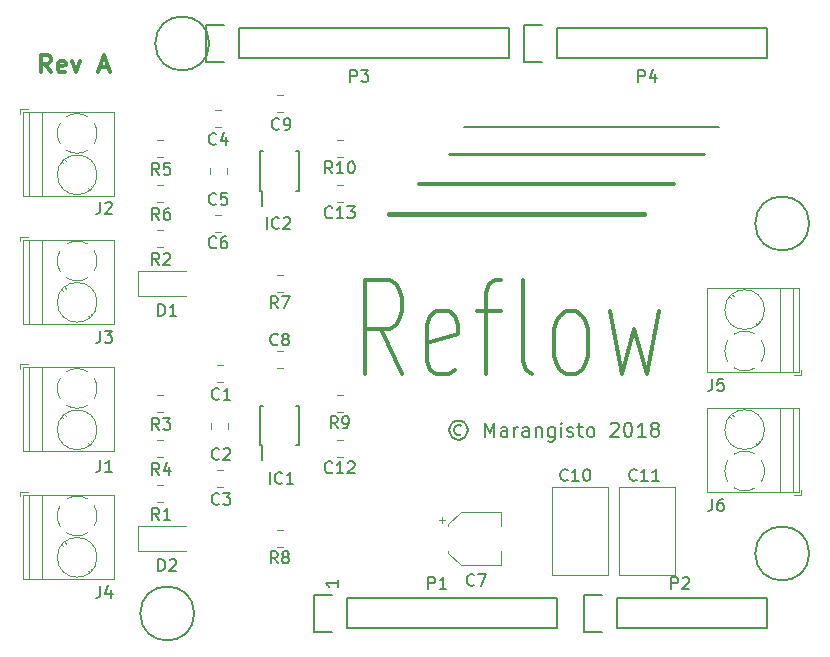
<source format=gbr>
G04 #@! TF.GenerationSoftware,KiCad,Pcbnew,(5.0.0)*
G04 #@! TF.CreationDate,2018-08-15T19:41:19+08:00*
G04 #@! TF.ProjectId,Reflow,5265666C6F772E6B696361645F706362,rev?*
G04 #@! TF.SameCoordinates,PX69db1f0PY7882d48*
G04 #@! TF.FileFunction,Legend,Top*
G04 #@! TF.FilePolarity,Positive*
%FSLAX46Y46*%
G04 Gerber Fmt 4.6, Leading zero omitted, Abs format (unit mm)*
G04 Created by KiCad (PCBNEW (5.0.0)) date 08/15/18 19:41:19*
%MOMM*%
%LPD*%
G01*
G04 APERTURE LIST*
%ADD10C,0.450000*%
%ADD11C,0.350000*%
%ADD12C,0.250000*%
%ADD13C,0.150000*%
%ADD14C,0.300000*%
%ADD15C,0.200000*%
%ADD16C,0.120000*%
G04 APERTURE END LIST*
D10*
X32766000Y36322000D02*
X54356000Y36322000D01*
D11*
X35306000Y38862000D02*
X56896000Y38862000D01*
D12*
X37846000Y41402000D02*
X59436000Y41402000D01*
D13*
X39116000Y43688000D02*
X60706000Y43688000D01*
D14*
X33890285Y22796953D02*
X32056952Y26606477D01*
X30747428Y22796953D02*
X30747428Y30796953D01*
X32842666Y30796953D01*
X33366476Y30416000D01*
X33628380Y30035048D01*
X33890285Y29273143D01*
X33890285Y28130286D01*
X33628380Y27368381D01*
X33366476Y26987429D01*
X32842666Y26606477D01*
X30747428Y26606477D01*
X38342666Y23177905D02*
X37818857Y22796953D01*
X36771238Y22796953D01*
X36247428Y23177905D01*
X35985523Y23939810D01*
X35985523Y26987429D01*
X36247428Y27749334D01*
X36771238Y28130286D01*
X37818857Y28130286D01*
X38342666Y27749334D01*
X38604571Y26987429D01*
X38604571Y26225524D01*
X35985523Y25463620D01*
X40176000Y28130286D02*
X42271238Y28130286D01*
X40961714Y22796953D02*
X40961714Y29654096D01*
X41223619Y30416000D01*
X41747428Y30796953D01*
X42271238Y30796953D01*
X44890285Y22796953D02*
X44366476Y23177905D01*
X44104571Y23939810D01*
X44104571Y30796953D01*
X47771238Y22796953D02*
X47247428Y23177905D01*
X46985523Y23558858D01*
X46723619Y24320762D01*
X46723619Y26606477D01*
X46985523Y27368381D01*
X47247428Y27749334D01*
X47771238Y28130286D01*
X48556952Y28130286D01*
X49080761Y27749334D01*
X49342666Y27368381D01*
X49604571Y26606477D01*
X49604571Y24320762D01*
X49342666Y23558858D01*
X49080761Y23177905D01*
X48556952Y22796953D01*
X47771238Y22796953D01*
X51437904Y28130286D02*
X52485523Y22796953D01*
X53533142Y26606477D01*
X54580761Y22796953D01*
X55628380Y28130286D01*
X4131714Y48343429D02*
X3631714Y49057715D01*
X3274571Y48343429D02*
X3274571Y49843429D01*
X3846000Y49843429D01*
X3988857Y49772000D01*
X4060285Y49700572D01*
X4131714Y49557715D01*
X4131714Y49343429D01*
X4060285Y49200572D01*
X3988857Y49129143D01*
X3846000Y49057715D01*
X3274571Y49057715D01*
X5346000Y48414858D02*
X5203142Y48343429D01*
X4917428Y48343429D01*
X4774571Y48414858D01*
X4703142Y48557715D01*
X4703142Y49129143D01*
X4774571Y49272000D01*
X4917428Y49343429D01*
X5203142Y49343429D01*
X5346000Y49272000D01*
X5417428Y49129143D01*
X5417428Y48986286D01*
X4703142Y48843429D01*
X5917428Y49343429D02*
X6274571Y48343429D01*
X6631714Y49343429D01*
X8274571Y48772000D02*
X8988857Y48772000D01*
X8131714Y48343429D02*
X8631714Y49843429D01*
X9131714Y48343429D01*
D15*
X38878857Y18405429D02*
X38764571Y18462572D01*
X38535999Y18462572D01*
X38421714Y18405429D01*
X38307428Y18291143D01*
X38250285Y18176858D01*
X38250285Y17948286D01*
X38307428Y17834000D01*
X38421714Y17719715D01*
X38535999Y17662572D01*
X38764571Y17662572D01*
X38878857Y17719715D01*
X38650285Y18862572D02*
X38364571Y18805429D01*
X38078857Y18634000D01*
X37907428Y18348286D01*
X37850285Y18062572D01*
X37907428Y17776858D01*
X38078857Y17491143D01*
X38364571Y17319715D01*
X38650285Y17262572D01*
X38935999Y17319715D01*
X39221714Y17491143D01*
X39393142Y17776858D01*
X39450285Y18062572D01*
X39393142Y18348286D01*
X39221714Y18634000D01*
X38935999Y18805429D01*
X38650285Y18862572D01*
X40878857Y17491143D02*
X40878857Y18691143D01*
X41278857Y17834000D01*
X41678857Y18691143D01*
X41678857Y17491143D01*
X42764571Y17491143D02*
X42764571Y18119715D01*
X42707428Y18234000D01*
X42593142Y18291143D01*
X42364571Y18291143D01*
X42250285Y18234000D01*
X42764571Y17548286D02*
X42650285Y17491143D01*
X42364571Y17491143D01*
X42250285Y17548286D01*
X42193142Y17662572D01*
X42193142Y17776858D01*
X42250285Y17891143D01*
X42364571Y17948286D01*
X42650285Y17948286D01*
X42764571Y18005429D01*
X43335999Y17491143D02*
X43335999Y18291143D01*
X43335999Y18062572D02*
X43393142Y18176858D01*
X43450285Y18234000D01*
X43564571Y18291143D01*
X43678857Y18291143D01*
X44593142Y17491143D02*
X44593142Y18119715D01*
X44535999Y18234000D01*
X44421714Y18291143D01*
X44193142Y18291143D01*
X44078857Y18234000D01*
X44593142Y17548286D02*
X44478857Y17491143D01*
X44193142Y17491143D01*
X44078857Y17548286D01*
X44021714Y17662572D01*
X44021714Y17776858D01*
X44078857Y17891143D01*
X44193142Y17948286D01*
X44478857Y17948286D01*
X44593142Y18005429D01*
X45164571Y18291143D02*
X45164571Y17491143D01*
X45164571Y18176858D02*
X45221714Y18234000D01*
X45335999Y18291143D01*
X45507428Y18291143D01*
X45621714Y18234000D01*
X45678857Y18119715D01*
X45678857Y17491143D01*
X46764571Y18291143D02*
X46764571Y17319715D01*
X46707428Y17205429D01*
X46650285Y17148286D01*
X46535999Y17091143D01*
X46364571Y17091143D01*
X46250285Y17148286D01*
X46764571Y17548286D02*
X46650285Y17491143D01*
X46421714Y17491143D01*
X46307428Y17548286D01*
X46250285Y17605429D01*
X46193142Y17719715D01*
X46193142Y18062572D01*
X46250285Y18176858D01*
X46307428Y18234000D01*
X46421714Y18291143D01*
X46650285Y18291143D01*
X46764571Y18234000D01*
X47335999Y17491143D02*
X47335999Y18291143D01*
X47335999Y18691143D02*
X47278857Y18634000D01*
X47335999Y18576858D01*
X47393142Y18634000D01*
X47335999Y18691143D01*
X47335999Y18576858D01*
X47850285Y17548286D02*
X47964571Y17491143D01*
X48193142Y17491143D01*
X48307428Y17548286D01*
X48364571Y17662572D01*
X48364571Y17719715D01*
X48307428Y17834000D01*
X48193142Y17891143D01*
X48021714Y17891143D01*
X47907428Y17948286D01*
X47850285Y18062572D01*
X47850285Y18119715D01*
X47907428Y18234000D01*
X48021714Y18291143D01*
X48193142Y18291143D01*
X48307428Y18234000D01*
X48707428Y18291143D02*
X49164571Y18291143D01*
X48878857Y18691143D02*
X48878857Y17662572D01*
X48935999Y17548286D01*
X49050285Y17491143D01*
X49164571Y17491143D01*
X49735999Y17491143D02*
X49621714Y17548286D01*
X49564571Y17605429D01*
X49507428Y17719715D01*
X49507428Y18062572D01*
X49564571Y18176858D01*
X49621714Y18234000D01*
X49735999Y18291143D01*
X49907428Y18291143D01*
X50021714Y18234000D01*
X50078857Y18176858D01*
X50135999Y18062572D01*
X50135999Y17719715D01*
X50078857Y17605429D01*
X50021714Y17548286D01*
X49907428Y17491143D01*
X49735999Y17491143D01*
X51507428Y18576858D02*
X51564571Y18634000D01*
X51678857Y18691143D01*
X51964571Y18691143D01*
X52078857Y18634000D01*
X52135999Y18576858D01*
X52193142Y18462572D01*
X52193142Y18348286D01*
X52135999Y18176858D01*
X51450285Y17491143D01*
X52193142Y17491143D01*
X52935999Y18691143D02*
X53050285Y18691143D01*
X53164571Y18634000D01*
X53221714Y18576858D01*
X53278857Y18462572D01*
X53335999Y18234000D01*
X53335999Y17948286D01*
X53278857Y17719715D01*
X53221714Y17605429D01*
X53164571Y17548286D01*
X53050285Y17491143D01*
X52935999Y17491143D01*
X52821714Y17548286D01*
X52764571Y17605429D01*
X52707428Y17719715D01*
X52650285Y17948286D01*
X52650285Y18234000D01*
X52707428Y18462572D01*
X52764571Y18576858D01*
X52821714Y18634000D01*
X52935999Y18691143D01*
X54478857Y17491143D02*
X53793142Y17491143D01*
X54135999Y17491143D02*
X54135999Y18691143D01*
X54021714Y18519715D01*
X53907428Y18405429D01*
X53793142Y18348286D01*
X55164571Y18176858D02*
X55050285Y18234000D01*
X54993142Y18291143D01*
X54935999Y18405429D01*
X54935999Y18462572D01*
X54993142Y18576858D01*
X55050285Y18634000D01*
X55164571Y18691143D01*
X55393142Y18691143D01*
X55507428Y18634000D01*
X55564571Y18576858D01*
X55621714Y18462572D01*
X55621714Y18405429D01*
X55564571Y18291143D01*
X55507428Y18234000D01*
X55393142Y18176858D01*
X55164571Y18176858D01*
X55050285Y18119715D01*
X54993142Y18062572D01*
X54935999Y17948286D01*
X54935999Y17719715D01*
X54993142Y17605429D01*
X55050285Y17548286D01*
X55164571Y17491143D01*
X55393142Y17491143D01*
X55507428Y17548286D01*
X55564571Y17605429D01*
X55621714Y17719715D01*
X55621714Y17948286D01*
X55564571Y18062572D01*
X55507428Y18119715D01*
X55393142Y18176858D01*
D13*
X28392380Y5365715D02*
X28392380Y4794286D01*
X28392380Y5080000D02*
X27392380Y5080000D01*
X27535238Y4984762D01*
X27630476Y4889524D01*
X27678095Y4794286D01*
D16*
G04 #@! TO.C,C13*
X28833578Y38810000D02*
X28316422Y38810000D01*
X28833578Y37390000D02*
X28316422Y37390000D01*
G04 #@! TO.C,C12*
X28833578Y15800000D02*
X28316422Y15800000D01*
X28833578Y17220000D02*
X28316422Y17220000D01*
G04 #@! TO.C,C10*
X46525000Y13205000D02*
X51265000Y13205000D01*
X46525000Y5765000D02*
X51265000Y5765000D01*
X51265000Y5765000D02*
X51265000Y13205000D01*
X46525000Y5765000D02*
X46525000Y13205000D01*
G04 #@! TO.C,C11*
X52240000Y5765000D02*
X52240000Y13205000D01*
X56980000Y5765000D02*
X56980000Y13205000D01*
X52240000Y5765000D02*
X56980000Y5765000D01*
X52240000Y13205000D02*
X56980000Y13205000D01*
G04 #@! TO.C,R9*
X28833578Y21030000D02*
X28316422Y21030000D01*
X28833578Y19610000D02*
X28316422Y19610000D01*
G04 #@! TO.C,R10*
X28833578Y41200000D02*
X28316422Y41200000D01*
X28833578Y42620000D02*
X28316422Y42620000D01*
G04 #@! TO.C,C7*
X42265000Y6630000D02*
X42265000Y7830000D01*
X42265000Y11150000D02*
X42265000Y9950000D01*
X38809437Y11150000D02*
X42265000Y11150000D01*
X38809437Y6630000D02*
X42265000Y6630000D01*
X37745000Y7694437D02*
X37745000Y7830000D01*
X37745000Y10085563D02*
X37745000Y9950000D01*
X37745000Y10085563D02*
X38809437Y11150000D01*
X37745000Y7694437D02*
X38809437Y6630000D01*
X37005000Y10450000D02*
X37505000Y10450000D01*
X37255000Y10700000D02*
X37255000Y10200000D01*
G04 #@! TO.C,C1*
X18156422Y22150000D02*
X18673578Y22150000D01*
X18156422Y23570000D02*
X18673578Y23570000D01*
G04 #@! TO.C,C2*
X19125000Y18673578D02*
X19125000Y18156422D01*
X17705000Y18673578D02*
X17705000Y18156422D01*
G04 #@! TO.C,C3*
X18673578Y14680000D02*
X18156422Y14680000D01*
X18673578Y13260000D02*
X18156422Y13260000D01*
G04 #@! TO.C,C4*
X18032183Y45160000D02*
X18549339Y45160000D01*
X18032183Y43740000D02*
X18549339Y43740000D01*
G04 #@! TO.C,C5*
X17580761Y40263578D02*
X17580761Y39746422D01*
X19000761Y40263578D02*
X19000761Y39746422D01*
G04 #@! TO.C,C6*
X18549339Y34850000D02*
X18032183Y34850000D01*
X18549339Y36270000D02*
X18032183Y36270000D01*
G04 #@! TO.C,C8*
X23239183Y23335114D02*
X23756339Y23335114D01*
X23239183Y24755114D02*
X23756339Y24755114D01*
G04 #@! TO.C,C9*
X23236422Y46430000D02*
X23753578Y46430000D01*
X23236422Y45010000D02*
X23753578Y45010000D01*
G04 #@! TO.C,D1*
X11485000Y29395000D02*
X15570000Y29395000D01*
X11485000Y31565000D02*
X11485000Y29395000D01*
X15570000Y31565000D02*
X11485000Y31565000D01*
G04 #@! TO.C,D2*
X15570000Y9975000D02*
X11485000Y9975000D01*
X11485000Y9975000D02*
X11485000Y7805000D01*
X11485000Y7805000D02*
X15570000Y7805000D01*
D13*
G04 #@! TO.C,IC1*
X21995000Y16782114D02*
X21995000Y15532114D01*
X25170000Y16782114D02*
X25170000Y20132114D01*
X21820000Y16782114D02*
X21820000Y20132114D01*
X25170000Y16782114D02*
X24920000Y16782114D01*
X25170000Y20132114D02*
X24920000Y20132114D01*
X21820000Y20132114D02*
X22070000Y20132114D01*
X21820000Y16782114D02*
X21995000Y16782114D01*
G04 #@! TO.C,IC2*
X21820000Y38330000D02*
X21995000Y38330000D01*
X21820000Y41680000D02*
X22070000Y41680000D01*
X25170000Y41680000D02*
X24920000Y41680000D01*
X25170000Y38330000D02*
X24920000Y38330000D01*
X21820000Y38330000D02*
X21820000Y41680000D01*
X25170000Y38330000D02*
X25170000Y41680000D01*
X21995000Y38330000D02*
X21995000Y37080000D01*
D16*
G04 #@! TO.C,R2*
X13076422Y33580000D02*
X13593578Y33580000D01*
X13076422Y35000000D02*
X13593578Y35000000D01*
G04 #@! TO.C,R7*
X23753578Y29770000D02*
X23236422Y29770000D01*
X23753578Y31190000D02*
X23236422Y31190000D01*
G04 #@! TO.C,R6*
X13593578Y38810000D02*
X13076422Y38810000D01*
X13593578Y37390000D02*
X13076422Y37390000D01*
G04 #@! TO.C,R5*
X13593578Y41200000D02*
X13076422Y41200000D01*
X13593578Y42620000D02*
X13076422Y42620000D01*
G04 #@! TO.C,R3*
X13593578Y21030000D02*
X13076422Y21030000D01*
X13593578Y19610000D02*
X13076422Y19610000D01*
G04 #@! TO.C,R1*
X13076422Y13410000D02*
X13593578Y13410000D01*
X13076422Y11990000D02*
X13593578Y11990000D01*
G04 #@! TO.C,R8*
X23753578Y9600000D02*
X23236422Y9600000D01*
X23753578Y8180000D02*
X23236422Y8180000D01*
G04 #@! TO.C,R4*
X13593578Y15800000D02*
X13076422Y15800000D01*
X13593578Y17220000D02*
X13076422Y17220000D01*
G04 #@! TO.C,J1*
X1550000Y23640000D02*
X1550000Y23240000D01*
X2190000Y23640000D02*
X1550000Y23640000D01*
X5409000Y19235000D02*
X5281000Y19364000D01*
X7625000Y17020000D02*
X7531000Y17114000D01*
X5169000Y19065000D02*
X5076000Y19159000D01*
X7419000Y16815000D02*
X7291000Y16944000D01*
X9510000Y16280000D02*
X1790000Y16280000D01*
X9510000Y23400000D02*
X1790000Y23400000D01*
X1790000Y23400000D02*
X1790000Y16280000D01*
X9510000Y23400000D02*
X9510000Y16280000D01*
X3350000Y23400000D02*
X3350000Y16280000D01*
X2250000Y23400000D02*
X2250000Y16280000D01*
X8030000Y18090000D02*
G75*
G03X8030000Y18090000I-1680000J0D01*
G01*
X4669901Y21561326D02*
G75*
G02X4910000Y22456000I1680099J28674D01*
G01*
X5460106Y23015358D02*
G75*
G02X7216000Y23030000I889894J-1425358D01*
G01*
X7775358Y22479894D02*
G75*
G02X7790000Y20724000I-1425358J-889894D01*
G01*
X7240193Y20164495D02*
G75*
G02X5459000Y20165000I-890193J1425505D01*
G01*
X4925279Y20699736D02*
G75*
G02X4670000Y21590000I1424721J890264D01*
G01*
G04 #@! TO.C,J2*
X4925279Y42289736D02*
G75*
G02X4670000Y43180000I1424721J890264D01*
G01*
X7240193Y41754495D02*
G75*
G02X5459000Y41755000I-890193J1425505D01*
G01*
X7775358Y44069894D02*
G75*
G02X7790000Y42314000I-1425358J-889894D01*
G01*
X5460106Y44605358D02*
G75*
G02X7216000Y44620000I889894J-1425358D01*
G01*
X4669901Y43151326D02*
G75*
G02X4910000Y44046000I1680099J28674D01*
G01*
X8030000Y39680000D02*
G75*
G03X8030000Y39680000I-1680000J0D01*
G01*
X2250000Y44990000D02*
X2250000Y37870000D01*
X3350000Y44990000D02*
X3350000Y37870000D01*
X9510000Y44990000D02*
X9510000Y37870000D01*
X1790000Y44990000D02*
X1790000Y37870000D01*
X9510000Y44990000D02*
X1790000Y44990000D01*
X9510000Y37870000D02*
X1790000Y37870000D01*
X7419000Y38405000D02*
X7291000Y38534000D01*
X5169000Y40655000D02*
X5076000Y40749000D01*
X7625000Y38610000D02*
X7531000Y38704000D01*
X5409000Y40825000D02*
X5281000Y40954000D01*
X2190000Y45230000D02*
X1550000Y45230000D01*
X1550000Y45230000D02*
X1550000Y44830000D01*
G04 #@! TO.C,J3*
X1550000Y34435000D02*
X1550000Y34035000D01*
X2190000Y34435000D02*
X1550000Y34435000D01*
X5409000Y30030000D02*
X5281000Y30159000D01*
X7625000Y27815000D02*
X7531000Y27909000D01*
X5169000Y29860000D02*
X5076000Y29954000D01*
X7419000Y27610000D02*
X7291000Y27739000D01*
X9510000Y27075000D02*
X1790000Y27075000D01*
X9510000Y34195000D02*
X1790000Y34195000D01*
X1790000Y34195000D02*
X1790000Y27075000D01*
X9510000Y34195000D02*
X9510000Y27075000D01*
X3350000Y34195000D02*
X3350000Y27075000D01*
X2250000Y34195000D02*
X2250000Y27075000D01*
X8030000Y28885000D02*
G75*
G03X8030000Y28885000I-1680000J0D01*
G01*
X4669901Y32356326D02*
G75*
G02X4910000Y33251000I1680099J28674D01*
G01*
X5460106Y33810358D02*
G75*
G02X7216000Y33825000I889894J-1425358D01*
G01*
X7775358Y33274894D02*
G75*
G02X7790000Y31519000I-1425358J-889894D01*
G01*
X7240193Y30959495D02*
G75*
G02X5459000Y30960000I-890193J1425505D01*
G01*
X4925279Y31494736D02*
G75*
G02X4670000Y32385000I1424721J890264D01*
G01*
G04 #@! TO.C,J4*
X4925279Y9904736D02*
G75*
G02X4670000Y10795000I1424721J890264D01*
G01*
X7240193Y9369495D02*
G75*
G02X5459000Y9370000I-890193J1425505D01*
G01*
X7775358Y11684894D02*
G75*
G02X7790000Y9929000I-1425358J-889894D01*
G01*
X5460106Y12220358D02*
G75*
G02X7216000Y12235000I889894J-1425358D01*
G01*
X4669901Y10766326D02*
G75*
G02X4910000Y11661000I1680099J28674D01*
G01*
X8030000Y7295000D02*
G75*
G03X8030000Y7295000I-1680000J0D01*
G01*
X2250000Y12605000D02*
X2250000Y5485000D01*
X3350000Y12605000D02*
X3350000Y5485000D01*
X9510000Y12605000D02*
X9510000Y5485000D01*
X1790000Y12605000D02*
X1790000Y5485000D01*
X9510000Y12605000D02*
X1790000Y12605000D01*
X9510000Y5485000D02*
X1790000Y5485000D01*
X7419000Y6020000D02*
X7291000Y6149000D01*
X5169000Y8270000D02*
X5076000Y8364000D01*
X7625000Y6225000D02*
X7531000Y6319000D01*
X5409000Y8440000D02*
X5281000Y8569000D01*
X2190000Y12845000D02*
X1550000Y12845000D01*
X1550000Y12845000D02*
X1550000Y12445000D01*
G04 #@! TO.C,J5*
X67665000Y22715000D02*
X67665000Y23115000D01*
X67025000Y22715000D02*
X67665000Y22715000D01*
X63806000Y27120000D02*
X63934000Y26991000D01*
X61590000Y29335000D02*
X61684000Y29241000D01*
X64046000Y27290000D02*
X64139000Y27196000D01*
X61796000Y29540000D02*
X61924000Y29411000D01*
X59705000Y30075000D02*
X67425000Y30075000D01*
X59705000Y22955000D02*
X67425000Y22955000D01*
X67425000Y22955000D02*
X67425000Y30075000D01*
X59705000Y22955000D02*
X59705000Y30075000D01*
X65865000Y22955000D02*
X65865000Y30075000D01*
X66965000Y22955000D02*
X66965000Y30075000D01*
X64545000Y28265000D02*
G75*
G03X64545000Y28265000I-1680000J0D01*
G01*
X64545099Y24793674D02*
G75*
G02X64305000Y23899000I-1680099J-28674D01*
G01*
X63754894Y23339642D02*
G75*
G02X61999000Y23325000I-889894J1425358D01*
G01*
X61439642Y23875106D02*
G75*
G02X61425000Y25631000I1425358J889894D01*
G01*
X61974807Y26190505D02*
G75*
G02X63756000Y26190000I890193J-1425505D01*
G01*
X64289721Y25655264D02*
G75*
G02X64545000Y24765000I-1424721J-890264D01*
G01*
G04 #@! TO.C,J6*
X64289721Y15495264D02*
G75*
G02X64545000Y14605000I-1424721J-890264D01*
G01*
X61974807Y16030505D02*
G75*
G02X63756000Y16030000I890193J-1425505D01*
G01*
X61439642Y13715106D02*
G75*
G02X61425000Y15471000I1425358J889894D01*
G01*
X63754894Y13179642D02*
G75*
G02X61999000Y13165000I-889894J1425358D01*
G01*
X64545099Y14633674D02*
G75*
G02X64305000Y13739000I-1680099J-28674D01*
G01*
X64545000Y18105000D02*
G75*
G03X64545000Y18105000I-1680000J0D01*
G01*
X66965000Y12795000D02*
X66965000Y19915000D01*
X65865000Y12795000D02*
X65865000Y19915000D01*
X59705000Y12795000D02*
X59705000Y19915000D01*
X67425000Y12795000D02*
X67425000Y19915000D01*
X59705000Y12795000D02*
X67425000Y12795000D01*
X59705000Y19915000D02*
X67425000Y19915000D01*
X61796000Y19380000D02*
X61924000Y19251000D01*
X64046000Y17130000D02*
X64139000Y17036000D01*
X61590000Y19175000D02*
X61684000Y19081000D01*
X63806000Y16960000D02*
X63934000Y16831000D01*
X67025000Y12555000D02*
X67665000Y12555000D01*
X67665000Y12555000D02*
X67665000Y12955000D01*
D13*
G04 #@! TO.C,P1*
X29210000Y1270000D02*
X46990000Y1270000D01*
X46990000Y1270000D02*
X46990000Y3810000D01*
X46990000Y3810000D02*
X29210000Y3810000D01*
X26390000Y990000D02*
X27940000Y990000D01*
X29210000Y1270000D02*
X29210000Y3810000D01*
X27940000Y4090000D02*
X26390000Y4090000D01*
X26390000Y4090000D02*
X26390000Y990000D01*
G04 #@! TO.C,P2*
X52070000Y1270000D02*
X64770000Y1270000D01*
X64770000Y1270000D02*
X64770000Y3810000D01*
X64770000Y3810000D02*
X52070000Y3810000D01*
X49250000Y990000D02*
X50800000Y990000D01*
X52070000Y1270000D02*
X52070000Y3810000D01*
X50800000Y4090000D02*
X49250000Y4090000D01*
X49250000Y4090000D02*
X49250000Y990000D01*
G04 #@! TO.C,P3*
X20066000Y49530000D02*
X42926000Y49530000D01*
X42926000Y49530000D02*
X42926000Y52070000D01*
X42926000Y52070000D02*
X20066000Y52070000D01*
X17246000Y49250000D02*
X18796000Y49250000D01*
X20066000Y49530000D02*
X20066000Y52070000D01*
X18796000Y52350000D02*
X17246000Y52350000D01*
X17246000Y52350000D02*
X17246000Y49250000D01*
G04 #@! TO.C,P4*
X46990000Y49530000D02*
X64770000Y49530000D01*
X64770000Y49530000D02*
X64770000Y52070000D01*
X64770000Y52070000D02*
X46990000Y52070000D01*
X44170000Y49250000D02*
X45720000Y49250000D01*
X46990000Y49530000D02*
X46990000Y52070000D01*
X45720000Y52350000D02*
X44170000Y52350000D01*
X44170000Y52350000D02*
X44170000Y49250000D01*
G04 #@! TO.C,P5*
X16256000Y2540000D02*
G75*
G03X16256000Y2540000I-2286000J0D01*
G01*
G04 #@! TO.C,P6*
X68326000Y7620000D02*
G75*
G03X68326000Y7620000I-2286000J0D01*
G01*
G04 #@! TO.C,P7*
X17526000Y50800000D02*
G75*
G03X17526000Y50800000I-2286000J0D01*
G01*
G04 #@! TO.C,P8*
X68326000Y35560000D02*
G75*
G03X68326000Y35560000I-2286000J0D01*
G01*
G04 #@! TO.C,C13*
X27932142Y36092858D02*
X27884523Y36045239D01*
X27741666Y35997620D01*
X27646428Y35997620D01*
X27503571Y36045239D01*
X27408333Y36140477D01*
X27360714Y36235715D01*
X27313095Y36426191D01*
X27313095Y36569048D01*
X27360714Y36759524D01*
X27408333Y36854762D01*
X27503571Y36950000D01*
X27646428Y36997620D01*
X27741666Y36997620D01*
X27884523Y36950000D01*
X27932142Y36902381D01*
X28884523Y35997620D02*
X28313095Y35997620D01*
X28598809Y35997620D02*
X28598809Y36997620D01*
X28503571Y36854762D01*
X28408333Y36759524D01*
X28313095Y36711905D01*
X29217857Y36997620D02*
X29836904Y36997620D01*
X29503571Y36616667D01*
X29646428Y36616667D01*
X29741666Y36569048D01*
X29789285Y36521429D01*
X29836904Y36426191D01*
X29836904Y36188096D01*
X29789285Y36092858D01*
X29741666Y36045239D01*
X29646428Y35997620D01*
X29360714Y35997620D01*
X29265476Y36045239D01*
X29217857Y36092858D01*
G04 #@! TO.C,C12*
X27932142Y14502858D02*
X27884523Y14455239D01*
X27741666Y14407620D01*
X27646428Y14407620D01*
X27503571Y14455239D01*
X27408333Y14550477D01*
X27360714Y14645715D01*
X27313095Y14836191D01*
X27313095Y14979048D01*
X27360714Y15169524D01*
X27408333Y15264762D01*
X27503571Y15360000D01*
X27646428Y15407620D01*
X27741666Y15407620D01*
X27884523Y15360000D01*
X27932142Y15312381D01*
X28884523Y14407620D02*
X28313095Y14407620D01*
X28598809Y14407620D02*
X28598809Y15407620D01*
X28503571Y15264762D01*
X28408333Y15169524D01*
X28313095Y15121905D01*
X29265476Y15312381D02*
X29313095Y15360000D01*
X29408333Y15407620D01*
X29646428Y15407620D01*
X29741666Y15360000D01*
X29789285Y15312381D01*
X29836904Y15217143D01*
X29836904Y15121905D01*
X29789285Y14979048D01*
X29217857Y14407620D01*
X29836904Y14407620D01*
G04 #@! TO.C,C10*
X47871142Y13866858D02*
X47823523Y13819239D01*
X47680666Y13771620D01*
X47585428Y13771620D01*
X47442571Y13819239D01*
X47347333Y13914477D01*
X47299714Y14009715D01*
X47252095Y14200191D01*
X47252095Y14343048D01*
X47299714Y14533524D01*
X47347333Y14628762D01*
X47442571Y14724000D01*
X47585428Y14771620D01*
X47680666Y14771620D01*
X47823523Y14724000D01*
X47871142Y14676381D01*
X48823523Y13771620D02*
X48252095Y13771620D01*
X48537809Y13771620D02*
X48537809Y14771620D01*
X48442571Y14628762D01*
X48347333Y14533524D01*
X48252095Y14485905D01*
X49442571Y14771620D02*
X49537809Y14771620D01*
X49633047Y14724000D01*
X49680666Y14676381D01*
X49728285Y14581143D01*
X49775904Y14390667D01*
X49775904Y14152572D01*
X49728285Y13962096D01*
X49680666Y13866858D01*
X49633047Y13819239D01*
X49537809Y13771620D01*
X49442571Y13771620D01*
X49347333Y13819239D01*
X49299714Y13866858D01*
X49252095Y13962096D01*
X49204476Y14152572D01*
X49204476Y14390667D01*
X49252095Y14581143D01*
X49299714Y14676381D01*
X49347333Y14724000D01*
X49442571Y14771620D01*
G04 #@! TO.C,C11*
X53713142Y13866858D02*
X53665523Y13819239D01*
X53522666Y13771620D01*
X53427428Y13771620D01*
X53284571Y13819239D01*
X53189333Y13914477D01*
X53141714Y14009715D01*
X53094095Y14200191D01*
X53094095Y14343048D01*
X53141714Y14533524D01*
X53189333Y14628762D01*
X53284571Y14724000D01*
X53427428Y14771620D01*
X53522666Y14771620D01*
X53665523Y14724000D01*
X53713142Y14676381D01*
X54665523Y13771620D02*
X54094095Y13771620D01*
X54379809Y13771620D02*
X54379809Y14771620D01*
X54284571Y14628762D01*
X54189333Y14533524D01*
X54094095Y14485905D01*
X55617904Y13771620D02*
X55046476Y13771620D01*
X55332190Y13771620D02*
X55332190Y14771620D01*
X55236952Y14628762D01*
X55141714Y14533524D01*
X55046476Y14485905D01*
G04 #@! TO.C,R9*
X28408333Y18217620D02*
X28075000Y18693810D01*
X27836904Y18217620D02*
X27836904Y19217620D01*
X28217857Y19217620D01*
X28313095Y19170000D01*
X28360714Y19122381D01*
X28408333Y19027143D01*
X28408333Y18884286D01*
X28360714Y18789048D01*
X28313095Y18741429D01*
X28217857Y18693810D01*
X27836904Y18693810D01*
X28884523Y18217620D02*
X29075000Y18217620D01*
X29170238Y18265239D01*
X29217857Y18312858D01*
X29313095Y18455715D01*
X29360714Y18646191D01*
X29360714Y19027143D01*
X29313095Y19122381D01*
X29265476Y19170000D01*
X29170238Y19217620D01*
X28979761Y19217620D01*
X28884523Y19170000D01*
X28836904Y19122381D01*
X28789285Y19027143D01*
X28789285Y18789048D01*
X28836904Y18693810D01*
X28884523Y18646191D01*
X28979761Y18598572D01*
X29170238Y18598572D01*
X29265476Y18646191D01*
X29313095Y18693810D01*
X29360714Y18789048D01*
G04 #@! TO.C,R10*
X27932142Y39807620D02*
X27598809Y40283810D01*
X27360714Y39807620D02*
X27360714Y40807620D01*
X27741666Y40807620D01*
X27836904Y40760000D01*
X27884523Y40712381D01*
X27932142Y40617143D01*
X27932142Y40474286D01*
X27884523Y40379048D01*
X27836904Y40331429D01*
X27741666Y40283810D01*
X27360714Y40283810D01*
X28884523Y39807620D02*
X28313095Y39807620D01*
X28598809Y39807620D02*
X28598809Y40807620D01*
X28503571Y40664762D01*
X28408333Y40569524D01*
X28313095Y40521905D01*
X29503571Y40807620D02*
X29598809Y40807620D01*
X29694047Y40760000D01*
X29741666Y40712381D01*
X29789285Y40617143D01*
X29836904Y40426667D01*
X29836904Y40188572D01*
X29789285Y39998096D01*
X29741666Y39902858D01*
X29694047Y39855239D01*
X29598809Y39807620D01*
X29503571Y39807620D01*
X29408333Y39855239D01*
X29360714Y39902858D01*
X29313095Y39998096D01*
X29265476Y40188572D01*
X29265476Y40426667D01*
X29313095Y40617143D01*
X29360714Y40712381D01*
X29408333Y40760000D01*
X29503571Y40807620D01*
G04 #@! TO.C,C7*
X39965333Y4976858D02*
X39917714Y4929239D01*
X39774857Y4881620D01*
X39679619Y4881620D01*
X39536761Y4929239D01*
X39441523Y5024477D01*
X39393904Y5119715D01*
X39346285Y5310191D01*
X39346285Y5453048D01*
X39393904Y5643524D01*
X39441523Y5738762D01*
X39536761Y5834000D01*
X39679619Y5881620D01*
X39774857Y5881620D01*
X39917714Y5834000D01*
X39965333Y5786381D01*
X40298666Y5881620D02*
X40965333Y5881620D01*
X40536761Y4881620D01*
G04 #@! TO.C,C1*
X18375333Y20724858D02*
X18327714Y20677239D01*
X18184857Y20629620D01*
X18089619Y20629620D01*
X17946761Y20677239D01*
X17851523Y20772477D01*
X17803904Y20867715D01*
X17756285Y21058191D01*
X17756285Y21201048D01*
X17803904Y21391524D01*
X17851523Y21486762D01*
X17946761Y21582000D01*
X18089619Y21629620D01*
X18184857Y21629620D01*
X18327714Y21582000D01*
X18375333Y21534381D01*
X19327714Y20629620D02*
X18756285Y20629620D01*
X19042000Y20629620D02*
X19042000Y21629620D01*
X18946761Y21486762D01*
X18851523Y21391524D01*
X18756285Y21343905D01*
G04 #@! TO.C,C2*
X18375333Y15644858D02*
X18327714Y15597239D01*
X18184857Y15549620D01*
X18089619Y15549620D01*
X17946761Y15597239D01*
X17851523Y15692477D01*
X17803904Y15787715D01*
X17756285Y15978191D01*
X17756285Y16121048D01*
X17803904Y16311524D01*
X17851523Y16406762D01*
X17946761Y16502000D01*
X18089619Y16549620D01*
X18184857Y16549620D01*
X18327714Y16502000D01*
X18375333Y16454381D01*
X18756285Y16454381D02*
X18803904Y16502000D01*
X18899142Y16549620D01*
X19137238Y16549620D01*
X19232476Y16502000D01*
X19280095Y16454381D01*
X19327714Y16359143D01*
X19327714Y16263905D01*
X19280095Y16121048D01*
X18708666Y15549620D01*
X19327714Y15549620D01*
G04 #@! TO.C,C3*
X18375333Y11834858D02*
X18327714Y11787239D01*
X18184857Y11739620D01*
X18089619Y11739620D01*
X17946761Y11787239D01*
X17851523Y11882477D01*
X17803904Y11977715D01*
X17756285Y12168191D01*
X17756285Y12311048D01*
X17803904Y12501524D01*
X17851523Y12596762D01*
X17946761Y12692000D01*
X18089619Y12739620D01*
X18184857Y12739620D01*
X18327714Y12692000D01*
X18375333Y12644381D01*
X18708666Y12739620D02*
X19327714Y12739620D01*
X18994380Y12358667D01*
X19137238Y12358667D01*
X19232476Y12311048D01*
X19280095Y12263429D01*
X19327714Y12168191D01*
X19327714Y11930096D01*
X19280095Y11834858D01*
X19232476Y11787239D01*
X19137238Y11739620D01*
X18851523Y11739620D01*
X18756285Y11787239D01*
X18708666Y11834858D01*
G04 #@! TO.C,C4*
X18121333Y42314858D02*
X18073714Y42267239D01*
X17930857Y42219620D01*
X17835619Y42219620D01*
X17692761Y42267239D01*
X17597523Y42362477D01*
X17549904Y42457715D01*
X17502285Y42648191D01*
X17502285Y42791048D01*
X17549904Y42981524D01*
X17597523Y43076762D01*
X17692761Y43172000D01*
X17835619Y43219620D01*
X17930857Y43219620D01*
X18073714Y43172000D01*
X18121333Y43124381D01*
X18978476Y42886286D02*
X18978476Y42219620D01*
X18740380Y43267239D02*
X18502285Y42552953D01*
X19121333Y42552953D01*
G04 #@! TO.C,C5*
X18121333Y37234858D02*
X18073714Y37187239D01*
X17930857Y37139620D01*
X17835619Y37139620D01*
X17692761Y37187239D01*
X17597523Y37282477D01*
X17549904Y37377715D01*
X17502285Y37568191D01*
X17502285Y37711048D01*
X17549904Y37901524D01*
X17597523Y37996762D01*
X17692761Y38092000D01*
X17835619Y38139620D01*
X17930857Y38139620D01*
X18073714Y38092000D01*
X18121333Y38044381D01*
X19026095Y38139620D02*
X18549904Y38139620D01*
X18502285Y37663429D01*
X18549904Y37711048D01*
X18645142Y37758667D01*
X18883238Y37758667D01*
X18978476Y37711048D01*
X19026095Y37663429D01*
X19073714Y37568191D01*
X19073714Y37330096D01*
X19026095Y37234858D01*
X18978476Y37187239D01*
X18883238Y37139620D01*
X18645142Y37139620D01*
X18549904Y37187239D01*
X18502285Y37234858D01*
G04 #@! TO.C,C6*
X18124094Y33552858D02*
X18076475Y33505239D01*
X17933618Y33457620D01*
X17838380Y33457620D01*
X17695522Y33505239D01*
X17600284Y33600477D01*
X17552665Y33695715D01*
X17505046Y33886191D01*
X17505046Y34029048D01*
X17552665Y34219524D01*
X17600284Y34314762D01*
X17695522Y34410000D01*
X17838380Y34457620D01*
X17933618Y34457620D01*
X18076475Y34410000D01*
X18124094Y34362381D01*
X18981237Y34457620D02*
X18790761Y34457620D01*
X18695522Y34410000D01*
X18647903Y34362381D01*
X18552665Y34219524D01*
X18505046Y34029048D01*
X18505046Y33648096D01*
X18552665Y33552858D01*
X18600284Y33505239D01*
X18695522Y33457620D01*
X18885999Y33457620D01*
X18981237Y33505239D01*
X19028856Y33552858D01*
X19076475Y33648096D01*
X19076475Y33886191D01*
X19028856Y33981429D01*
X18981237Y34029048D01*
X18885999Y34076667D01*
X18695522Y34076667D01*
X18600284Y34029048D01*
X18552665Y33981429D01*
X18505046Y33886191D01*
G04 #@! TO.C,C8*
X23331094Y25337972D02*
X23283475Y25290353D01*
X23140618Y25242734D01*
X23045380Y25242734D01*
X22902522Y25290353D01*
X22807284Y25385591D01*
X22759665Y25480829D01*
X22712046Y25671305D01*
X22712046Y25814162D01*
X22759665Y26004638D01*
X22807284Y26099876D01*
X22902522Y26195114D01*
X23045380Y26242734D01*
X23140618Y26242734D01*
X23283475Y26195114D01*
X23331094Y26147495D01*
X23902522Y25814162D02*
X23807284Y25861781D01*
X23759665Y25909400D01*
X23712046Y26004638D01*
X23712046Y26052257D01*
X23759665Y26147495D01*
X23807284Y26195114D01*
X23902522Y26242734D01*
X24092999Y26242734D01*
X24188237Y26195114D01*
X24235856Y26147495D01*
X24283475Y26052257D01*
X24283475Y26004638D01*
X24235856Y25909400D01*
X24188237Y25861781D01*
X24092999Y25814162D01*
X23902522Y25814162D01*
X23807284Y25766543D01*
X23759665Y25718924D01*
X23712046Y25623686D01*
X23712046Y25433210D01*
X23759665Y25337972D01*
X23807284Y25290353D01*
X23902522Y25242734D01*
X24092999Y25242734D01*
X24188237Y25290353D01*
X24235856Y25337972D01*
X24283475Y25433210D01*
X24283475Y25623686D01*
X24235856Y25718924D01*
X24188237Y25766543D01*
X24092999Y25814162D01*
G04 #@! TO.C,C9*
X23455333Y43584858D02*
X23407714Y43537239D01*
X23264857Y43489620D01*
X23169619Y43489620D01*
X23026761Y43537239D01*
X22931523Y43632477D01*
X22883904Y43727715D01*
X22836285Y43918191D01*
X22836285Y44061048D01*
X22883904Y44251524D01*
X22931523Y44346762D01*
X23026761Y44442000D01*
X23169619Y44489620D01*
X23264857Y44489620D01*
X23407714Y44442000D01*
X23455333Y44394381D01*
X23931523Y43489620D02*
X24122000Y43489620D01*
X24217238Y43537239D01*
X24264857Y43584858D01*
X24360095Y43727715D01*
X24407714Y43918191D01*
X24407714Y44299143D01*
X24360095Y44394381D01*
X24312476Y44442000D01*
X24217238Y44489620D01*
X24026761Y44489620D01*
X23931523Y44442000D01*
X23883904Y44394381D01*
X23836285Y44299143D01*
X23836285Y44061048D01*
X23883904Y43965810D01*
X23931523Y43918191D01*
X24026761Y43870572D01*
X24217238Y43870572D01*
X24312476Y43918191D01*
X24360095Y43965810D01*
X24407714Y44061048D01*
G04 #@! TO.C,D1*
X13231904Y27741620D02*
X13231904Y28741620D01*
X13470000Y28741620D01*
X13612857Y28694000D01*
X13708095Y28598762D01*
X13755714Y28503524D01*
X13803333Y28313048D01*
X13803333Y28170191D01*
X13755714Y27979715D01*
X13708095Y27884477D01*
X13612857Y27789239D01*
X13470000Y27741620D01*
X13231904Y27741620D01*
X14755714Y27741620D02*
X14184285Y27741620D01*
X14470000Y27741620D02*
X14470000Y28741620D01*
X14374761Y28598762D01*
X14279523Y28503524D01*
X14184285Y28455905D01*
G04 #@! TO.C,D2*
X13231904Y6151620D02*
X13231904Y7151620D01*
X13470000Y7151620D01*
X13612857Y7104000D01*
X13708095Y7008762D01*
X13755714Y6913524D01*
X13803333Y6723048D01*
X13803333Y6580191D01*
X13755714Y6389715D01*
X13708095Y6294477D01*
X13612857Y6199239D01*
X13470000Y6151620D01*
X13231904Y6151620D01*
X14184285Y7056381D02*
X14231904Y7104000D01*
X14327142Y7151620D01*
X14565238Y7151620D01*
X14660476Y7104000D01*
X14708095Y7056381D01*
X14755714Y6961143D01*
X14755714Y6865905D01*
X14708095Y6723048D01*
X14136666Y6151620D01*
X14755714Y6151620D01*
G04 #@! TO.C,IC1*
X22645809Y13517620D02*
X22645809Y14517620D01*
X23693428Y13612858D02*
X23645809Y13565239D01*
X23502952Y13517620D01*
X23407714Y13517620D01*
X23264857Y13565239D01*
X23169619Y13660477D01*
X23122000Y13755715D01*
X23074380Y13946191D01*
X23074380Y14089048D01*
X23122000Y14279524D01*
X23169619Y14374762D01*
X23264857Y14470000D01*
X23407714Y14517620D01*
X23502952Y14517620D01*
X23645809Y14470000D01*
X23693428Y14422381D01*
X24645809Y13517620D02*
X24074380Y13517620D01*
X24360095Y13517620D02*
X24360095Y14517620D01*
X24264857Y14374762D01*
X24169619Y14279524D01*
X24074380Y14231905D01*
G04 #@! TO.C,IC2*
X22391809Y35107620D02*
X22391809Y36107620D01*
X23439428Y35202858D02*
X23391809Y35155239D01*
X23248952Y35107620D01*
X23153714Y35107620D01*
X23010857Y35155239D01*
X22915619Y35250477D01*
X22868000Y35345715D01*
X22820380Y35536191D01*
X22820380Y35679048D01*
X22868000Y35869524D01*
X22915619Y35964762D01*
X23010857Y36060000D01*
X23153714Y36107620D01*
X23248952Y36107620D01*
X23391809Y36060000D01*
X23439428Y36012381D01*
X23820380Y36012381D02*
X23868000Y36060000D01*
X23963238Y36107620D01*
X24201333Y36107620D01*
X24296571Y36060000D01*
X24344190Y36012381D01*
X24391809Y35917143D01*
X24391809Y35821905D01*
X24344190Y35679048D01*
X23772761Y35107620D01*
X24391809Y35107620D01*
G04 #@! TO.C,R2*
X13295333Y32059620D02*
X12962000Y32535810D01*
X12723904Y32059620D02*
X12723904Y33059620D01*
X13104857Y33059620D01*
X13200095Y33012000D01*
X13247714Y32964381D01*
X13295333Y32869143D01*
X13295333Y32726286D01*
X13247714Y32631048D01*
X13200095Y32583429D01*
X13104857Y32535810D01*
X12723904Y32535810D01*
X13676285Y32964381D02*
X13723904Y33012000D01*
X13819142Y33059620D01*
X14057238Y33059620D01*
X14152476Y33012000D01*
X14200095Y32964381D01*
X14247714Y32869143D01*
X14247714Y32773905D01*
X14200095Y32631048D01*
X13628666Y32059620D01*
X14247714Y32059620D01*
G04 #@! TO.C,R7*
X23328333Y28377620D02*
X22995000Y28853810D01*
X22756904Y28377620D02*
X22756904Y29377620D01*
X23137857Y29377620D01*
X23233095Y29330000D01*
X23280714Y29282381D01*
X23328333Y29187143D01*
X23328333Y29044286D01*
X23280714Y28949048D01*
X23233095Y28901429D01*
X23137857Y28853810D01*
X22756904Y28853810D01*
X23661666Y29377620D02*
X24328333Y29377620D01*
X23899761Y28377620D01*
G04 #@! TO.C,R6*
X13295333Y35869620D02*
X12962000Y36345810D01*
X12723904Y35869620D02*
X12723904Y36869620D01*
X13104857Y36869620D01*
X13200095Y36822000D01*
X13247714Y36774381D01*
X13295333Y36679143D01*
X13295333Y36536286D01*
X13247714Y36441048D01*
X13200095Y36393429D01*
X13104857Y36345810D01*
X12723904Y36345810D01*
X14152476Y36869620D02*
X13962000Y36869620D01*
X13866761Y36822000D01*
X13819142Y36774381D01*
X13723904Y36631524D01*
X13676285Y36441048D01*
X13676285Y36060096D01*
X13723904Y35964858D01*
X13771523Y35917239D01*
X13866761Y35869620D01*
X14057238Y35869620D01*
X14152476Y35917239D01*
X14200095Y35964858D01*
X14247714Y36060096D01*
X14247714Y36298191D01*
X14200095Y36393429D01*
X14152476Y36441048D01*
X14057238Y36488667D01*
X13866761Y36488667D01*
X13771523Y36441048D01*
X13723904Y36393429D01*
X13676285Y36298191D01*
G04 #@! TO.C,R5*
X13295333Y39679620D02*
X12962000Y40155810D01*
X12723904Y39679620D02*
X12723904Y40679620D01*
X13104857Y40679620D01*
X13200095Y40632000D01*
X13247714Y40584381D01*
X13295333Y40489143D01*
X13295333Y40346286D01*
X13247714Y40251048D01*
X13200095Y40203429D01*
X13104857Y40155810D01*
X12723904Y40155810D01*
X14200095Y40679620D02*
X13723904Y40679620D01*
X13676285Y40203429D01*
X13723904Y40251048D01*
X13819142Y40298667D01*
X14057238Y40298667D01*
X14152476Y40251048D01*
X14200095Y40203429D01*
X14247714Y40108191D01*
X14247714Y39870096D01*
X14200095Y39774858D01*
X14152476Y39727239D01*
X14057238Y39679620D01*
X13819142Y39679620D01*
X13723904Y39727239D01*
X13676285Y39774858D01*
G04 #@! TO.C,R3*
X13295333Y18089620D02*
X12962000Y18565810D01*
X12723904Y18089620D02*
X12723904Y19089620D01*
X13104857Y19089620D01*
X13200095Y19042000D01*
X13247714Y18994381D01*
X13295333Y18899143D01*
X13295333Y18756286D01*
X13247714Y18661048D01*
X13200095Y18613429D01*
X13104857Y18565810D01*
X12723904Y18565810D01*
X13628666Y19089620D02*
X14247714Y19089620D01*
X13914380Y18708667D01*
X14057238Y18708667D01*
X14152476Y18661048D01*
X14200095Y18613429D01*
X14247714Y18518191D01*
X14247714Y18280096D01*
X14200095Y18184858D01*
X14152476Y18137239D01*
X14057238Y18089620D01*
X13771523Y18089620D01*
X13676285Y18137239D01*
X13628666Y18184858D01*
G04 #@! TO.C,R1*
X13295333Y10469620D02*
X12962000Y10945810D01*
X12723904Y10469620D02*
X12723904Y11469620D01*
X13104857Y11469620D01*
X13200095Y11422000D01*
X13247714Y11374381D01*
X13295333Y11279143D01*
X13295333Y11136286D01*
X13247714Y11041048D01*
X13200095Y10993429D01*
X13104857Y10945810D01*
X12723904Y10945810D01*
X14247714Y10469620D02*
X13676285Y10469620D01*
X13962000Y10469620D02*
X13962000Y11469620D01*
X13866761Y11326762D01*
X13771523Y11231524D01*
X13676285Y11183905D01*
G04 #@! TO.C,R8*
X23328333Y6787620D02*
X22995000Y7263810D01*
X22756904Y6787620D02*
X22756904Y7787620D01*
X23137857Y7787620D01*
X23233095Y7740000D01*
X23280714Y7692381D01*
X23328333Y7597143D01*
X23328333Y7454286D01*
X23280714Y7359048D01*
X23233095Y7311429D01*
X23137857Y7263810D01*
X22756904Y7263810D01*
X23899761Y7359048D02*
X23804523Y7406667D01*
X23756904Y7454286D01*
X23709285Y7549524D01*
X23709285Y7597143D01*
X23756904Y7692381D01*
X23804523Y7740000D01*
X23899761Y7787620D01*
X24090238Y7787620D01*
X24185476Y7740000D01*
X24233095Y7692381D01*
X24280714Y7597143D01*
X24280714Y7549524D01*
X24233095Y7454286D01*
X24185476Y7406667D01*
X24090238Y7359048D01*
X23899761Y7359048D01*
X23804523Y7311429D01*
X23756904Y7263810D01*
X23709285Y7168572D01*
X23709285Y6978096D01*
X23756904Y6882858D01*
X23804523Y6835239D01*
X23899761Y6787620D01*
X24090238Y6787620D01*
X24185476Y6835239D01*
X24233095Y6882858D01*
X24280714Y6978096D01*
X24280714Y7168572D01*
X24233095Y7263810D01*
X24185476Y7311429D01*
X24090238Y7359048D01*
G04 #@! TO.C,R4*
X13295333Y14279620D02*
X12962000Y14755810D01*
X12723904Y14279620D02*
X12723904Y15279620D01*
X13104857Y15279620D01*
X13200095Y15232000D01*
X13247714Y15184381D01*
X13295333Y15089143D01*
X13295333Y14946286D01*
X13247714Y14851048D01*
X13200095Y14803429D01*
X13104857Y14755810D01*
X12723904Y14755810D01*
X14152476Y14946286D02*
X14152476Y14279620D01*
X13914380Y15327239D02*
X13676285Y14612953D01*
X14295333Y14612953D01*
G04 #@! TO.C,J1*
X8302666Y15533620D02*
X8302666Y14819334D01*
X8255047Y14676477D01*
X8159809Y14581239D01*
X8016952Y14533620D01*
X7921714Y14533620D01*
X9302666Y14533620D02*
X8731238Y14533620D01*
X9016952Y14533620D02*
X9016952Y15533620D01*
X8921714Y15390762D01*
X8826476Y15295524D01*
X8731238Y15247905D01*
G04 #@! TO.C,J2*
X8302666Y37377620D02*
X8302666Y36663334D01*
X8255047Y36520477D01*
X8159809Y36425239D01*
X8016952Y36377620D01*
X7921714Y36377620D01*
X8731238Y37282381D02*
X8778857Y37330000D01*
X8874095Y37377620D01*
X9112190Y37377620D01*
X9207428Y37330000D01*
X9255047Y37282381D01*
X9302666Y37187143D01*
X9302666Y37091905D01*
X9255047Y36949048D01*
X8683619Y36377620D01*
X9302666Y36377620D01*
G04 #@! TO.C,J3*
X8302666Y26455620D02*
X8302666Y25741334D01*
X8255047Y25598477D01*
X8159809Y25503239D01*
X8016952Y25455620D01*
X7921714Y25455620D01*
X8683619Y26455620D02*
X9302666Y26455620D01*
X8969333Y26074667D01*
X9112190Y26074667D01*
X9207428Y26027048D01*
X9255047Y25979429D01*
X9302666Y25884191D01*
X9302666Y25646096D01*
X9255047Y25550858D01*
X9207428Y25503239D01*
X9112190Y25455620D01*
X8826476Y25455620D01*
X8731238Y25503239D01*
X8683619Y25550858D01*
G04 #@! TO.C,J4*
X8302666Y4865620D02*
X8302666Y4151334D01*
X8255047Y4008477D01*
X8159809Y3913239D01*
X8016952Y3865620D01*
X7921714Y3865620D01*
X9207428Y4532286D02*
X9207428Y3865620D01*
X8969333Y4913239D02*
X8731238Y4198953D01*
X9350285Y4198953D01*
G04 #@! TO.C,J5*
X60118666Y22391620D02*
X60118666Y21677334D01*
X60071047Y21534477D01*
X59975809Y21439239D01*
X59832952Y21391620D01*
X59737714Y21391620D01*
X61071047Y22391620D02*
X60594857Y22391620D01*
X60547238Y21915429D01*
X60594857Y21963048D01*
X60690095Y22010667D01*
X60928190Y22010667D01*
X61023428Y21963048D01*
X61071047Y21915429D01*
X61118666Y21820191D01*
X61118666Y21582096D01*
X61071047Y21486858D01*
X61023428Y21439239D01*
X60928190Y21391620D01*
X60690095Y21391620D01*
X60594857Y21439239D01*
X60547238Y21486858D01*
G04 #@! TO.C,J6*
X60118666Y12231620D02*
X60118666Y11517334D01*
X60071047Y11374477D01*
X59975809Y11279239D01*
X59832952Y11231620D01*
X59737714Y11231620D01*
X61023428Y12231620D02*
X60832952Y12231620D01*
X60737714Y12184000D01*
X60690095Y12136381D01*
X60594857Y11993524D01*
X60547238Y11803048D01*
X60547238Y11422096D01*
X60594857Y11326858D01*
X60642476Y11279239D01*
X60737714Y11231620D01*
X60928190Y11231620D01*
X61023428Y11279239D01*
X61071047Y11326858D01*
X61118666Y11422096D01*
X61118666Y11660191D01*
X61071047Y11755429D01*
X61023428Y11803048D01*
X60928190Y11850667D01*
X60737714Y11850667D01*
X60642476Y11803048D01*
X60594857Y11755429D01*
X60547238Y11660191D01*
G04 #@! TO.C,P1*
X36091904Y4627620D02*
X36091904Y5627620D01*
X36472857Y5627620D01*
X36568095Y5580000D01*
X36615714Y5532381D01*
X36663333Y5437143D01*
X36663333Y5294286D01*
X36615714Y5199048D01*
X36568095Y5151429D01*
X36472857Y5103810D01*
X36091904Y5103810D01*
X37615714Y4627620D02*
X37044285Y4627620D01*
X37330000Y4627620D02*
X37330000Y5627620D01*
X37234761Y5484762D01*
X37139523Y5389524D01*
X37044285Y5341905D01*
G04 #@! TO.C,P2*
X56665904Y4627620D02*
X56665904Y5627620D01*
X57046857Y5627620D01*
X57142095Y5580000D01*
X57189714Y5532381D01*
X57237333Y5437143D01*
X57237333Y5294286D01*
X57189714Y5199048D01*
X57142095Y5151429D01*
X57046857Y5103810D01*
X56665904Y5103810D01*
X57618285Y5532381D02*
X57665904Y5580000D01*
X57761142Y5627620D01*
X57999238Y5627620D01*
X58094476Y5580000D01*
X58142095Y5532381D01*
X58189714Y5437143D01*
X58189714Y5341905D01*
X58142095Y5199048D01*
X57570666Y4627620D01*
X58189714Y4627620D01*
G04 #@! TO.C,P3*
X29487904Y47553620D02*
X29487904Y48553620D01*
X29868857Y48553620D01*
X29964095Y48506000D01*
X30011714Y48458381D01*
X30059333Y48363143D01*
X30059333Y48220286D01*
X30011714Y48125048D01*
X29964095Y48077429D01*
X29868857Y48029810D01*
X29487904Y48029810D01*
X30392666Y48553620D02*
X31011714Y48553620D01*
X30678380Y48172667D01*
X30821238Y48172667D01*
X30916476Y48125048D01*
X30964095Y48077429D01*
X31011714Y47982191D01*
X31011714Y47744096D01*
X30964095Y47648858D01*
X30916476Y47601239D01*
X30821238Y47553620D01*
X30535523Y47553620D01*
X30440285Y47601239D01*
X30392666Y47648858D01*
G04 #@! TO.C,P4*
X53871904Y47553620D02*
X53871904Y48553620D01*
X54252857Y48553620D01*
X54348095Y48506000D01*
X54395714Y48458381D01*
X54443333Y48363143D01*
X54443333Y48220286D01*
X54395714Y48125048D01*
X54348095Y48077429D01*
X54252857Y48029810D01*
X53871904Y48029810D01*
X55300476Y48220286D02*
X55300476Y47553620D01*
X55062380Y48601239D02*
X54824285Y47886953D01*
X55443333Y47886953D01*
G04 #@! TD*
M02*

</source>
